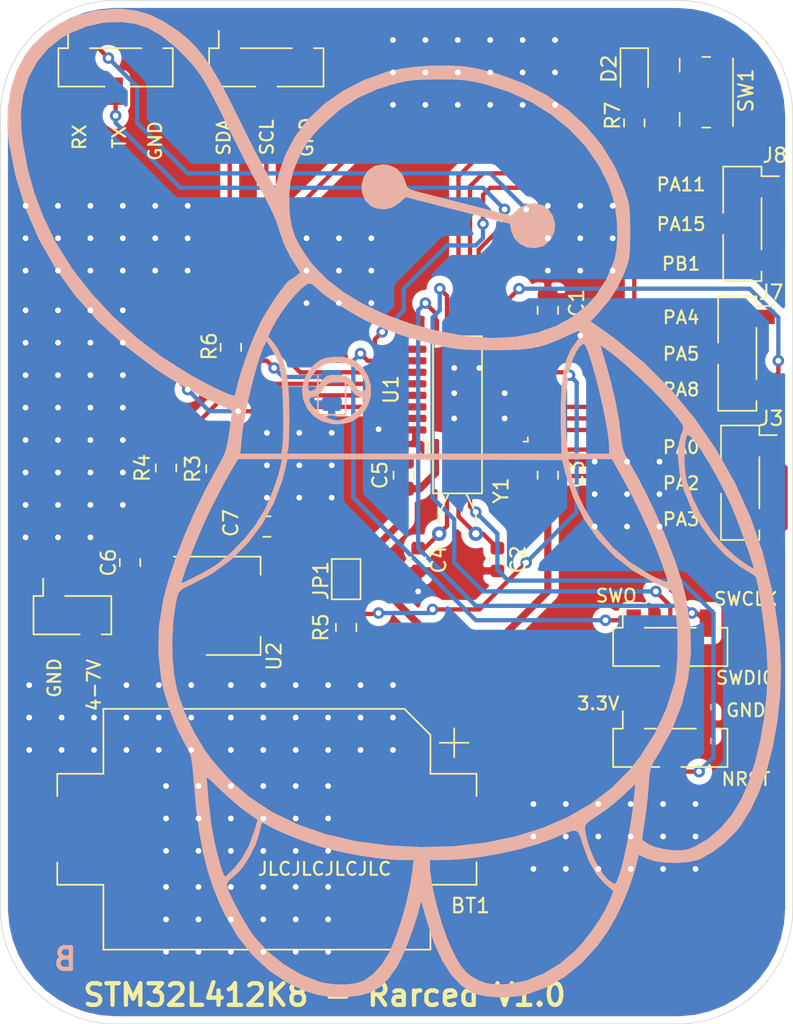
<source format=kicad_pcb>
(kicad_pcb (version 20171130) (host pcbnew "(5.1.6)-1")
  (layers (0 F.Cu signal) (31 B.Cu signal) (34 B.Paste user) (35 F.Paste user) (36 B.SilkS user) (37 F.SilkS user) (38 B.Mask user) (39 F.Mask user) (44 Edge.Cuts user))
  (net 0 "")
  (net 1 +3V3)
  (net 2 GND)
  (net 3 15_OSC_OUT)
  (net 4 14_OSC_IN)
  (net 5 INPUT)
  (net 6 "Net-(D1-Pad2)")
  (net 7 "Net-(D2-Pad2)")
  (net 8 RX)
  (net 9 TX)
  (net 10 NRST)
  (net 11 SDA)
  (net 12 SCL)
  (net 13 SWCLK)
  (net 14 SWO)
  (net 15 SWDIO)
  (net 16 BOOT0)
  (net 17 LED_RED)
  (net 18 LED_GREEN)
  (net 19 BUTTON)
  (net 20 PA3)
  (net 21 PA0)
  (net 22 PA2)
  (net 23 PA8)
  (net 24 PA4)
  (net 25 PA5)
  (net 26 PB1)
  (net 27 PA11)
  (net 28 PA15)
  (module Connector_PinSocket_2.54mm:PinSocket_1x03_P2.54mm_Vertical_SMD_Pin1Right (layer F.Cu) (at 167.5 72.5)
    (fp_text reference J8 (at 2.25 -4.75) (layer F.SilkS))
    (fp_text value Conn_01x03_Male)
    (pad 3 smd rect (at 1.65 2.54) (size 1.9 1) (layers F.Cu F.Paste F.Mask) (net 26 PB1))
    (pad 1 smd rect (at 1.65 -2.54) (size 1.9 1) (layers F.Cu F.Paste F.Mask) (net 27 PA11))
    (pad 2 smd rect (at -1.65 0) (size 1.9 1) (layers F.Cu F.Paste F.Mask) (net 28 PA15))
  )
  (module Connector_PinSocket_2.54mm:PinSocket_1x03_P2.54mm_Vertical_SMD_Pin1Right (layer F.Cu) (at 167.15 81.5)
    (fp_text reference J7 (at 2.35 -4.25) (layer F.SilkS))
    (fp_text value Conn_01x03_Male)
    (pad 3 smd rect (at 1.65 2.54) (size 1.9 1) (layers F.Cu F.Paste F.Mask) (net 23 PA8))
    (pad 1 smd rect (at 1.65 -2.54) (size 1.9 1) (layers F.Cu F.Paste F.Mask) (net 24 PA4))
    (pad 2 smd rect (at -1.65 0) (size 1.9 1) (layers F.Cu F.Paste F.Mask) (net 25 PA5))
  )
  (module Connector_PinSocket_2.54mm:PinSocket_1x03_P2.54mm_Vertical_SMD_Pin1Right (layer F.Cu) (at 167.35 90.46)
    (fp_text reference J3 (at 2.15 -4.46) (layer F.SilkS))
    (fp_text value Conn_01x03_Male)
    (pad 3 smd rect (at 1.65 2.54) (size 1.9 1) (layers F.Cu F.Paste F.Mask) (net 20 PA3))
    (pad 1 smd rect (at 1.65 -2.54) (size 1.9 1) (layers F.Cu F.Paste F.Mask) (net 21 PA0))
    (pad 2 smd rect (at -1.65 0) (size 1.9 1) (layers F.Cu F.Paste F.Mask) (net 22 PA2))
  )
  (module Crystal:Crystal_AT310_D3.0mm_L10.0mm_Horizontal (layer F.Cu) (at 149 94 180)
    (fp_text reference Y1 (at -1.75 3 90) (layer F.SilkS))
    (fp_text value Crystal)
    (pad 2 thru_hole circle (at 2.54 0 180) (size 1 1) (drill 0.5) (layers *.Cu *.Mask) (net 4 14_OSC_IN))
    (pad 1 thru_hole circle (at 0 0 180) (size 1 1) (drill 0.5) (layers *.Cu *.Mask) (net 3 15_OSC_OUT))
  )
  (module Package_TO_SOT_SMD:SOT-223-3_TabPin2 (layer F.Cu) (at 132.15 99)
    (fp_text reference U2 (at 2.85 3.5 90) (layer F.SilkS))
    (fp_text value AMS1117-3.3)
    (pad 1 smd rect (at -3.15 -2.3) (size 2 1.5) (layers F.Cu F.Paste F.Mask) (net 2 GND))
    (pad 3 smd rect (at -3.15 2.3) (size 2 1.5) (layers F.Cu F.Paste F.Mask) (net 5 INPUT))
    (pad 2 smd rect (at -3.15 0) (size 2 1.5) (layers F.Cu F.Paste F.Mask) (net 1 +3V3))
    (pad 2 smd rect (at 3.15 0) (size 2 3.8) (layers F.Cu F.Paste F.Mask) (net 1 +3V3))
  )
  (module Package_QFP:LQFP-32_7x7mm_P0.8mm (layer F.Cu) (at 149 84 90)
    (fp_text reference U1 (at 0 -5.88 90) (layer F.SilkS))
    (fp_text value STM32L011K3Tx)
    (pad 32 smd roundrect (at -2.8 -4.175 90) (size 0.5 1.5) (layers F.Cu F.Paste F.Mask) (net 2 GND))
    (pad 31 smd roundrect (at -2 -4.175 90) (size 0.5 1.5) (layers F.Cu F.Paste F.Mask))
    (pad 30 smd roundrect (at -1.2 -4.175 90) (size 0.5 1.5) (layers F.Cu F.Paste F.Mask) (net 11 SDA))
    (pad 29 smd roundrect (at -0.4 -4.175 90) (size 0.5 1.5) (layers F.Cu F.Paste F.Mask) (net 12 SCL))
    (pad 28 smd roundrect (at 0.4 -4.175 90) (size 0.5 1.5) (layers F.Cu F.Paste F.Mask) (net 18 LED_GREEN))
    (pad 27 smd roundrect (at 1.2 -4.175 90) (size 0.5 1.5) (layers F.Cu F.Paste F.Mask) (net 17 LED_RED))
    (pad 26 smd roundrect (at 2 -4.175 90) (size 0.5 1.5) (layers F.Cu F.Paste F.Mask) (net 14 SWO))
    (pad 25 smd roundrect (at 2.8 -4.175 90) (size 0.5 1.5) (layers F.Cu F.Paste F.Mask) (net 28 PA15))
    (pad 24 smd roundrect (at 4.175 -2.8 90) (size 1.5 0.5) (layers F.Cu F.Paste F.Mask) (net 13 SWCLK))
    (pad 23 smd roundrect (at 4.175 -2 90) (size 1.5 0.5) (layers F.Cu F.Paste F.Mask) (net 15 SWDIO))
    (pad 22 smd roundrect (at 4.175 -1.2 90) (size 1.5 0.5) (layers F.Cu F.Paste F.Mask) (net 19 BUTTON))
    (pad 21 smd roundrect (at 4.175 -0.4 90) (size 1.5 0.5) (layers F.Cu F.Paste F.Mask) (net 27 PA11))
    (pad 20 smd roundrect (at 4.175 0.4 90) (size 1.5 0.5) (layers F.Cu F.Paste F.Mask) (net 9 TX))
    (pad 19 smd roundrect (at 4.175 1.2 90) (size 1.5 0.5) (layers F.Cu F.Paste F.Mask) (net 8 RX))
    (pad 18 smd roundrect (at 4.175 2 90) (size 1.5 0.5) (layers F.Cu F.Paste F.Mask) (net 23 PA8))
    (pad 17 smd roundrect (at 4.175 2.8 90) (size 1.5 0.5) (layers F.Cu F.Paste F.Mask) (net 1 +3V3))
    (pad 16 smd roundrect (at 2.8 4.175 90) (size 0.5 1.5) (layers F.Cu F.Paste F.Mask) (net 2 GND))
    (pad 15 smd roundrect (at 2 4.175 90) (size 0.5 1.5) (layers F.Cu F.Paste F.Mask) (net 26 PB1))
    (pad 14 smd roundrect (at 1.2 4.175 90) (size 0.5 1.5) (layers F.Cu F.Paste F.Mask) (net 16 BOOT0))
    (pad 13 smd roundrect (at 0.4 4.175 90) (size 0.5 1.5) (layers F.Cu F.Paste F.Mask))
    (pad 12 smd roundrect (at -0.4 4.175 90) (size 0.5 1.5) (layers F.Cu F.Paste F.Mask))
    (pad 11 smd roundrect (at -1.2 4.175 90) (size 0.5 1.5) (layers F.Cu F.Paste F.Mask) (net 25 PA5))
    (pad 10 smd roundrect (at -2 4.175 90) (size 0.5 1.5) (layers F.Cu F.Paste F.Mask) (net 24 PA4))
    (pad 9 smd roundrect (at -2.8 4.175 90) (size 0.5 1.5) (layers F.Cu F.Paste F.Mask) (net 20 PA3))
    (pad 8 smd roundrect (at -4.175 2.8 90) (size 1.5 0.5) (layers F.Cu F.Paste F.Mask) (net 22 PA2))
    (pad 7 smd roundrect (at -4.175 2 90) (size 1.5 0.5) (layers F.Cu F.Paste F.Mask))
    (pad 6 smd roundrect (at -4.175 1.2 90) (size 1.5 0.5) (layers F.Cu F.Paste F.Mask) (net 21 PA0))
    (pad 5 smd roundrect (at -4.175 0.4 90) (size 1.5 0.5) (layers F.Cu F.Paste F.Mask) (net 1 +3V3))
    (pad 4 smd roundrect (at -4.175 -0.4 90) (size 1.5 0.5) (layers F.Cu F.Paste F.Mask) (net 10 NRST))
    (pad 3 smd roundrect (at -4.175 -1.2 90) (size 1.5 0.5) (layers F.Cu F.Paste F.Mask) (net 3 15_OSC_OUT))
    (pad 2 smd roundrect (at -4.175 -2 90) (size 1.5 0.5) (layers F.Cu F.Paste F.Mask) (net 4 14_OSC_IN))
    (pad 1 smd roundrect (at -4.175 -2.8 90) (size 1.5 0.5) (layers F.Cu F.Paste F.Mask) (net 1 +3V3))
  )
  (module Button_Switch_SMD:Panasonic_EVQPUJ_EVQPUA (layer F.Cu) (at 165 63.375 90)
    (fp_text reference SW1 (at 0.125 2.75 90) (layer F.SilkS))
    (fp_text value SW_Push)
    (pad 1 smd rect (at 2.625 -0.85 270) (size 1.55 1) (layers F.Cu F.Paste F.Mask) (net 19 BUTTON))
    (pad 1 smd rect (at -2.625 -0.85 270) (size 1.55 1) (layers F.Cu F.Paste F.Mask) (net 19 BUTTON))
    (pad 2 smd rect (at -2.625 0.85 270) (size 1.55 1) (layers F.Cu F.Paste F.Mask) (net 2 GND))
    (pad 2 smd rect (at 2.625 0.85 270) (size 1.55 1) (layers F.Cu F.Paste F.Mask) (net 2 GND))
  )
  (module Resistor_SMD:R_0805_2012Metric (layer F.Cu) (at 160 65.5 90)
    (fp_text reference R7 (at 0.5 -1.5 90) (layer F.SilkS))
    (fp_text value 1k)
    (pad 2 smd roundrect (at 0.9375 0 90) (size 0.975 1.4) (layers F.Cu F.Paste F.Mask) (net 7 "Net-(D2-Pad2)"))
    (pad 1 smd roundrect (at -0.9375 0 90) (size 0.975 1.4) (layers F.Cu F.Paste F.Mask) (net 18 LED_GREEN))
  )
  (module Resistor_SMD:R_0805_2012Metric (layer F.Cu) (at 132 81.0625 270)
    (fp_text reference R6 (at -0.0625 1.5 90) (layer F.SilkS))
    (fp_text value 1k)
    (pad 2 smd roundrect (at 0.9375 0 270) (size 0.975 1.4) (layers F.Cu F.Paste F.Mask) (net 6 "Net-(D1-Pad2)"))
    (pad 1 smd roundrect (at -0.9375 0 270) (size 0.975 1.4) (layers F.Cu F.Paste F.Mask) (net 17 LED_RED))
  )
  (module Resistor_SMD:R_0805_2012Metric (layer F.Cu) (at 140 100.5 270)
    (fp_text reference R5 (at 0 1.75 90) (layer F.SilkS))
    (fp_text value R)
    (pad 2 smd roundrect (at 0.9375 0 270) (size 0.975 1.4) (layers F.Cu F.Paste F.Mask) (net 2 GND))
    (pad 1 smd roundrect (at -0.9375 0 270) (size 0.975 1.4) (layers F.Cu F.Paste F.Mask) (net 16 BOOT0))
  )
  (module Resistor_SMD:R_0805_2012Metric (layer F.Cu) (at 127.5 89.4375 90)
    (fp_text reference R4 (at 0 -1.65 90) (layer F.SilkS))
    (fp_text value 2.2k)
    (pad 2 smd roundrect (at 0.9375 0 90) (size 0.975 1.4) (layers F.Cu F.Paste F.Mask) (net 12 SCL))
    (pad 1 smd roundrect (at -0.9375 0 90) (size 0.975 1.4) (layers F.Cu F.Paste F.Mask) (net 1 +3V3))
  )
  (module Resistor_SMD:R_0805_2012Metric (layer F.Cu) (at 131 89.5 90)
    (fp_text reference R3 (at 0 -1.65 90) (layer F.SilkS))
    (fp_text value 2.2k)
    (pad 2 smd roundrect (at 0.9375 0 90) (size 0.975 1.4) (layers F.Cu F.Paste F.Mask) (net 11 SDA))
    (pad 1 smd roundrect (at -0.9375 0 90) (size 0.975 1.4) (layers F.Cu F.Paste F.Mask) (net 1 +3V3))
  )
  (module Jumper:SolderJumper-2_P1.3mm_Open_Pad1.0x1.5mm (layer F.Cu) (at 140 97.15 270)
    (fp_text reference JP1 (at 0.1 1.75 90) (layer F.SilkS))
    (fp_text value SolderJumper_2_Open)
    (pad 1 smd rect (at -0.65 0 270) (size 1 1.5) (layers F.Cu F.Mask) (net 1 +3V3))
    (pad 2 smd rect (at 0.65 0 270) (size 1 1.5) (layers F.Cu F.Mask) (net 16 BOOT0))
  )
  (module Connector_PinSocket_2.54mm:PinSocket_1x03_P2.54mm_Vertical_SMD_Pin1Right (layer F.Cu) (at 162.5 101.85 90)
    (fp_text reference J6 hide)
    (fp_text value Conn_01x03_Male)
    (pad 3 smd rect (at 1.65 2.54 90) (size 1.9 1) (layers F.Cu F.Paste F.Mask) (net 13 SWCLK))
    (pad 1 smd rect (at 1.65 -2.54 90) (size 1.9 1) (layers F.Cu F.Paste F.Mask) (net 14 SWO))
    (pad 2 smd rect (at -1.65 0 90) (size 1.9 1) (layers F.Cu F.Paste F.Mask) (net 15 SWDIO))
  )
  (module Connector_PinSocket_2.54mm:PinSocket_1x03_P2.54mm_Vertical_SMD_Pin1Right (layer F.Cu) (at 134.46 61.65 90)
    (fp_text reference J5 hide)
    (fp_text value Conn_01x03_Male)
    (pad 3 smd rect (at 1.65 2.54 90) (size 1.9 1) (layers F.Cu F.Paste F.Mask) (net 2 GND))
    (pad 1 smd rect (at 1.65 -2.54 90) (size 1.9 1) (layers F.Cu F.Paste F.Mask) (net 11 SDA))
    (pad 2 smd rect (at -1.65 0 90) (size 1.9 1) (layers F.Cu F.Paste F.Mask) (net 12 SCL))
  )
  (module Connector_PinSocket_2.54mm:PinSocket_1x03_P2.54mm_Vertical_SMD_Pin1Right (layer F.Cu) (at 162.5 108.85 90)
    (fp_text reference J4 hide)
    (fp_text value Conn_01x03_Male)
    (pad 3 smd rect (at 1.65 2.54 90) (size 1.9 1) (layers F.Cu F.Paste F.Mask) (net 2 GND))
    (pad 1 smd rect (at 1.65 -2.54 90) (size 1.9 1) (layers F.Cu F.Paste F.Mask) (net 1 +3V3))
    (pad 2 smd rect (at -1.65 0 90) (size 1.9 1) (layers F.Cu F.Paste F.Mask) (net 10 NRST))
  )
  (module Connector_PinSocket_2.54mm:PinSocket_1x03_P2.54mm_Vertical_SMD_Pin1Right (layer F.Cu) (at 124 61.65 90)
    (fp_text reference J2 hide)
    (fp_text value Conn_01x03_Male)
    (pad 3 smd rect (at 1.65 2.54 90) (size 1.9 1) (layers F.Cu F.Paste F.Mask) (net 2 GND))
    (pad 1 smd rect (at 1.65 -2.54 90) (size 1.9 1) (layers F.Cu F.Paste F.Mask) (net 8 RX))
    (pad 2 smd rect (at -1.65 0 90) (size 1.9 1) (layers F.Cu F.Paste F.Mask) (net 9 TX))
  )
  (module Connector_PinSocket_2.54mm:PinSocket_1x02_P2.54mm_Vertical_SMD_Pin1Right (layer F.Cu) (at 121 99.65 90)
    (fp_text reference J1 hide)
    (fp_text value Conn_01x02)
    (pad 1 smd rect (at 1.65 -1.27 90) (size 1.9 1) (layers F.Cu F.Paste F.Mask) (net 2 GND))
    (pad 2 smd rect (at -1.65 1.27 90) (size 1.9 1) (layers F.Cu F.Paste F.Mask) (net 5 INPUT))
  )
  (module LED_SMD:LED_0805_2012Metric (layer F.Cu) (at 160 62 270)
    (fp_text reference D2 (at -0.25 1.75 90) (layer F.SilkS))
    (fp_text value LED)
    (pad 2 smd roundrect (at 0.9375 0 270) (size 0.975 1.4) (layers F.Cu F.Paste F.Mask) (net 7 "Net-(D2-Pad2)"))
    (pad 1 smd roundrect (at -0.9375 0 270) (size 0.975 1.4) (layers F.Cu F.Paste F.Mask) (net 2 GND))
  )
  (module LED_SMD:LED_0805_2012Metric (layer B.Cu) (at 139 84.0625 90)
    (fp_text reference D1 hide)
    (fp_text value LED)
    (pad 2 smd roundrect (at 0.9375 0 90) (size 0.975 1.4) (layers B.Cu B.Paste B.Mask) (net 6 "Net-(D1-Pad2)"))
    (pad 1 smd roundrect (at -0.9375 0 90) (size 0.975 1.4) (layers B.Cu B.Paste B.Mask) (net 2 GND))
  )
  (module Capacitor_SMD:C_0805_2012Metric (layer F.Cu) (at 134.5 93.5)
    (fp_text reference C7 (at -2.5 -0.25 90) (layer F.SilkS))
    (fp_text value 10u)
    (pad 2 smd roundrect (at 0.9375 0) (size 0.975 1.4) (layers F.Cu F.Paste F.Mask) (net 2 GND))
    (pad 1 smd roundrect (at -0.9375 0) (size 0.975 1.4) (layers F.Cu F.Paste F.Mask) (net 1 +3V3))
  )
  (module Capacitor_SMD:C_0805_2012Metric (layer F.Cu) (at 125 96 90)
    (fp_text reference C6 (at 0 -1.5 270) (layer F.SilkS))
    (fp_text value 10u)
    (pad 2 smd roundrect (at 0.9375 0 90) (size 0.975 1.4) (layers F.Cu F.Paste F.Mask) (net 2 GND))
    (pad 1 smd roundrect (at -0.9375 0 90) (size 0.975 1.4) (layers F.Cu F.Paste F.Mask) (net 5 INPUT))
  )
  (module Capacitor_SMD:C_0805_2012Metric (layer F.Cu) (at 144 89.9375 90)
    (fp_text reference C5 (at 0 -1.65 90) (layer F.SilkS))
    (fp_text value 0.1u)
    (pad 2 smd roundrect (at 0.9375 0 90) (size 0.975 1.4) (layers F.Cu F.Paste F.Mask) (net 2 GND))
    (pad 1 smd roundrect (at -0.9375 0 90) (size 0.975 1.4) (layers F.Cu F.Paste F.Mask) (net 1 +3V3))
  )
  (module Capacitor_SMD:C_0603_1608Metric (layer F.Cu) (at 145 95.7875 270)
    (fp_text reference C4 (at 0 -1.43 90) (layer F.SilkS))
    (fp_text value 2.7p)
    (pad 2 smd roundrect (at 0.7875 0 270) (size 0.875 0.95) (layers F.Cu F.Paste F.Mask) (net 2 GND))
    (pad 1 smd roundrect (at -0.7875 0 270) (size 0.875 0.95) (layers F.Cu F.Paste F.Mask) (net 4 14_OSC_IN))
  )
  (module Capacitor_SMD:C_0805_2012Metric (layer F.Cu) (at 154 89.9375 90)
    (fp_text reference C3 (at 0.0625 2 270) (layer F.SilkS))
    (fp_text value 0.1u)
    (pad 2 smd roundrect (at 0.9375 0 90) (size 0.975 1.4) (layers F.Cu F.Paste F.Mask) (net 2 GND))
    (pad 1 smd roundrect (at -0.9375 0 90) (size 0.975 1.4) (layers F.Cu F.Paste F.Mask) (net 1 +3V3))
  )
  (module Capacitor_SMD:C_0603_1608Metric (layer F.Cu) (at 150.5 95.7875 270)
    (fp_text reference C2 (at 0 -1.43 90) (layer F.SilkS))
    (fp_text value 2.7p)
    (pad 2 smd roundrect (at 0.7875 0 270) (size 0.875 0.95) (layers F.Cu F.Paste F.Mask) (net 2 GND))
    (pad 1 smd roundrect (at -0.7875 0 270) (size 0.875 0.95) (layers F.Cu F.Paste F.Mask) (net 3 15_OSC_OUT))
  )
  (module Capacitor_SMD:C_0805_2012Metric (layer F.Cu) (at 154 78.5 90)
    (fp_text reference C1 (at 0.5 2 90) (layer F.SilkS))
    (fp_text value 0.1u)
    (pad 2 smd roundrect (at 0.9375 0 90) (size 0.975 1.4) (layers F.Cu F.Paste F.Mask) (net 2 GND))
    (pad 1 smd roundrect (at -0.9375 0 90) (size 0.975 1.4) (layers F.Cu F.Paste F.Mask) (net 1 +3V3))
  )
  (module Battery:BatteryHolder_Keystone_1060_1x2032 (layer F.Cu) (at 134.5 114.5 180)
    (fp_text reference BT1 (at -14.125 -5.3) (layer F.SilkS))
    (fp_text value Battery_Cell)
    (pad 1 smd rect (at -14.65 0) (size 2.6 3.6) (layers F.Cu F.Paste F.Mask) (net 1 +3V3))
    (pad 2 smd rect (at 14.65 0) (size 2.6 3.6) (layers F.Cu F.Paste F.Mask) (net 2 GND))
  )
  (module Antenna868MHz:baymax_67_72mm (layer B.Cu) (at 142 92 180)
    (fp_text reference G*** hide)
    (fp_text value LOGO hide)
  )
  (gr_text JLCJLCJLCJLC (at 138.5 117.25) (layer F.SilkS) (effects (font (size 0.9 0.9))))
  (gr_text "B\n" (at 120.5 123.5) (layer B.SilkS) (effects (font (size 1.5 1.5) (thickness 0.3)) (justify mirror)))
  (gr_text "GND\n" (at 137.25 66.5 90) (layer F.SilkS) (effects (font (size 0.9 0.9))))
  (gr_text "SCL\n" (at 134.5 66.5 90) (layer F.SilkS) (effects (font (size 0.9 0.9))))
  (gr_text "SDA\n" (at 131.5 66.5 90) (layer F.SilkS) (effects (font (size 0.9 0.9))))
  (gr_text "GND\n" (at 126.75 66.75 90) (layer F.SilkS) (effects (font (size 0.9 0.9))))
  (gr_text "TX\n" (at 124.25 66.5 90) (layer F.SilkS) (effects (font (size 0.9 0.9))))
  (gr_text "RX\n" (at 121.5 66.5 90) (layer F.SilkS) (effects (font (size 0.9 0.9))))
  (gr_text "GND\n" (at 119.75 104 90) (layer F.SilkS) (effects (font (size 0.9 0.9))))
  (gr_text "4-7V\n" (at 122.5 104.5 90) (layer F.SilkS) (effects (font (size 0.9 0.9))))
  (gr_text "PA15\n\n" (at 163.25 73.25) (layer F.SilkS) (effects (font (size 0.9 0.9))))
  (gr_text "PA11\n\n" (at 163.25 70.5) (layer F.SilkS) (effects (font (size 0.9 0.9))))
  (gr_text "PB1\n\n" (at 163.25 76) (layer F.SilkS) (effects (font (size 0.9 0.9))))
  (gr_text "PA8\n" (at 163.25 84) (layer F.SilkS) (effects (font (size 0.9 0.9))))
  (gr_text "PA5\n\n" (at 163.25 82.25) (layer F.SilkS) (effects (font (size 0.9 0.9))))
  (gr_text "PA4\n" (at 163.25 79) (layer F.SilkS) (effects (font (size 0.9 0.9))))
  (gr_text "PA0\n" (at 163.25 88) (layer F.SilkS) (effects (font (size 0.9 0.9))))
  (gr_text "PA2\n" (at 163.25 90.5) (layer F.SilkS) (effects (font (size 0.9 0.9))))
  (gr_text "PA3\n" (at 163.25 93) (layer F.SilkS) (effects (font (size 0.9 0.9))))
  (gr_text "SWO\n\n\n" (at 158.75 99.75) (layer F.SilkS) (effects (font (size 0.9 0.9))))
  (gr_text "SWCLK\n\n" (at 167.75 99.25) (layer F.SilkS) (effects (font (size 0.9 0.9))))
  (gr_text "SWDIO\n" (at 167.75 104) (layer F.SilkS) (effects (font (size 0.9 0.9))))
  (gr_text "NRST\n\n" (at 167.75 111.75) (layer F.SilkS) (effects (font (size 0.9 0.9))))
  (gr_text "GND\n" (at 167.75 106.25) (layer F.SilkS) (effects (font (size 0.9 0.9))))
  (gr_text "3.3V\n\n" (at 157.5 106.5) (layer F.SilkS) (effects (font (size 0.9 0.9))))
  (gr_text "STM32L412K8 - Rarced V1.0\n" (at 138.5 126) (layer F.SilkS) (effects (font (size 1.5 1.5) (thickness 0.3))))
  (gr_arc (start 124 120) (end 116 120) (angle -90) (layer Edge.Cuts) (width 0.05))
  (gr_arc (start 163 120) (end 163 128) (angle -90) (layer Edge.Cuts) (width 0.05))
  (gr_arc (start 163 65) (end 171 65) (angle -90) (layer Edge.Cuts) (width 0.05))
  (gr_arc (start 124 65) (end 124 57) (angle -90) (layer Edge.Cuts) (width 0.05))
  (gr_line (start 116 65) (end 116 120) (layer Edge.Cuts) (width 0.05))
  (gr_line (start 163 57) (end 124 57) (layer Edge.Cuts) (width 0.05))
  (gr_line (start 171 120) (end 171 65) (layer Edge.Cuts) (width 0.05))
  (gr_line (start 124 128) (end 163 128) (layer Edge.Cuts) (width 0.05))
  (segment (start 129 99) (end 135.3 99) (width 0.5) (layer F.Cu) (net 1))
  (segment (start 135.3 99) (end 136 99) (width 0.5) (layer F.Cu) (net 1))
  (segment (start 138.5 96.5) (end 140 96.5) (width 0.5) (layer F.Cu) (net 1))
  (segment (start 136 99) (end 138.5 96.5) (width 0.5) (layer F.Cu) (net 1))
  (segment (start 130.9375 90.375) (end 131 90.4375) (width 0.5) (layer F.Cu) (net 1))
  (segment (start 127.5 90.375) (end 130.9375 90.375) (width 0.5) (layer F.Cu) (net 1))
  (segment (start 131 90.9375) (end 133.5625 93.5) (width 0.5) (layer F.Cu) (net 1))
  (segment (start 131 90.4375) (end 131 90.9375) (width 0.5) (layer F.Cu) (net 1))
  (segment (start 133.5625 93.5) (end 133.5625 94.5625) (width 0.5) (layer F.Cu) (net 1))
  (segment (start 135.3 96.3) (end 135.3 99) (width 0.5) (layer F.Cu) (net 1))
  (segment (start 133.5625 94.5625) (end 135.3 96.3) (width 0.5) (layer F.Cu) (net 1))
  (segment (start 140 96.5) (end 140.5 96.5) (width 0.5) (layer F.Cu) (net 1))
  (segment (start 144 93) (end 144 90.875) (width 0.5) (layer F.Cu) (net 1))
  (segment (start 140.5 96.5) (end 144 93) (width 0.5) (layer F.Cu) (net 1))
  (segment (start 141.25 96.5) (end 140 96.5) (width 0.5) (layer F.Cu) (net 1))
  (segment (start 149.15 104.4) (end 141.25 96.5) (width 0.5) (layer F.Cu) (net 1))
  (segment (start 151.1 107.2) (end 149.15 109.15) (width 0.5) (layer F.Cu) (net 1))
  (segment (start 159.96 107.2) (end 151.1 107.2) (width 0.5) (layer F.Cu) (net 1))
  (segment (start 149.15 114.5) (end 149.15 109.15) (width 0.5) (layer F.Cu) (net 1))
  (segment (start 149.15 104.85) (end 149.15 102.85) (width 0.5) (layer F.Cu) (net 1))
  (segment (start 149.15 104.85) (end 149.15 104.4) (width 0.5) (layer F.Cu) (net 1))
  (segment (start 149.15 109.15) (end 149.15 104.85) (width 0.5) (layer F.Cu) (net 1))
  (segment (start 154 98) (end 154 90.875) (width 0.5) (layer F.Cu) (net 1))
  (segment (start 149.15 102.85) (end 154 98) (width 0.5) (layer F.Cu) (net 1))
  (segment (start 152.1875 79.4375) (end 151.8 79.825) (width 0.5) (layer F.Cu) (net 1))
  (segment (start 154 79.4375) (end 152.1875 79.4375) (width 0.5) (layer F.Cu) (net 1))
  (segment (start 146.2 88.175) (end 146.2 89.8) (width 0.5) (layer F.Cu) (net 1))
  (segment (start 145.125 90.875) (end 144 90.875) (width 0.5) (layer F.Cu) (net 1))
  (segment (start 146.2 89.8) (end 145.125 90.875) (width 0.5) (layer F.Cu) (net 1))
  (segment (start 149.875 90.875) (end 154 90.875) (width 0.5) (layer F.Cu) (net 1))
  (segment (start 149.4 90.4) (end 149.875 90.875) (width 0.5) (layer F.Cu) (net 1))
  (segment (start 151.8 79.825) (end 151.8 81.2) (width 0.3) (layer F.Cu) (net 1))
  (segment (start 151.8 81.2) (end 150.5 82.5) (width 0.3) (layer F.Cu) (net 1))
  (segment (start 150.5 82.5) (end 150.5 83) (width 0.3) (layer F.Cu) (net 1))
  (segment (start 149.4 84.1) (end 149.4 88.175) (width 0.3) (layer F.Cu) (net 1))
  (segment (start 150.5 83) (end 149.4 84.1) (width 0.3) (layer F.Cu) (net 1))
  (segment (start 149.4 90.4) (end 149.4 88.175) (width 0.3) (layer F.Cu) (net 1))
  (via (at 147.5 82.5) (size 0.8) (drill 0.4) (layers F.Cu B.Cu) (net 2))
  (via (at 149.25 82.5) (size 0.8) (drill 0.4) (layers F.Cu B.Cu) (net 2))
  (via (at 147.5 84.25) (size 0.8) (drill 0.4) (layers F.Cu B.Cu) (net 2))
  (via (at 151 86) (size 0.8) (drill 0.4) (layers F.Cu B.Cu) (net 2))
  (via (at 147.5 86) (size 0.8) (drill 0.4) (layers F.Cu B.Cu) (net 2))
  (via (at 120 78.5) (size 0.8) (drill 0.4) (layers F.Cu B.Cu) (net 2))
  (via (at 122.25 78.5) (size 0.8) (drill 0.4) (layers F.Cu B.Cu) (net 2))
  (via (at 120 80.75) (size 0.8) (drill 0.4) (layers F.Cu B.Cu) (net 2))
  (via (at 122.25 83) (size 0.8) (drill 0.4) (layers F.Cu B.Cu) (net 2))
  (via (at 122.25 80.75) (size 0.8) (drill 0.4) (layers F.Cu B.Cu) (net 2))
  (via (at 124.5 80.75) (size 0.8) (drill 0.4) (layers F.Cu B.Cu) (net 2))
  (via (at 120 83) (size 0.8) (drill 0.4) (layers F.Cu B.Cu) (net 2))
  (via (at 124.5 78.5) (size 0.8) (drill 0.4) (layers F.Cu B.Cu) (net 2))
  (via (at 124.5 83) (size 0.8) (drill 0.4) (layers F.Cu B.Cu) (net 2))
  (via (at 124.5 87.5) (size 0.8) (drill 0.4) (layers F.Cu B.Cu) (net 2))
  (via (at 120 87.5) (size 0.8) (drill 0.4) (layers F.Cu B.Cu) (net 2))
  (via (at 120 85.25) (size 0.8) (drill 0.4) (layers F.Cu B.Cu) (net 2))
  (via (at 124.5 89.75) (size 0.8) (drill 0.4) (layers F.Cu B.Cu) (net 2))
  (via (at 122.25 89.75) (size 0.8) (drill 0.4) (layers F.Cu B.Cu) (net 2))
  (via (at 124.5 85.25) (size 0.8) (drill 0.4) (layers F.Cu B.Cu) (net 2))
  (via (at 120 89.75) (size 0.8) (drill 0.4) (layers F.Cu B.Cu) (net 2))
  (via (at 122.25 85.25) (size 0.8) (drill 0.4) (layers F.Cu B.Cu) (net 2))
  (via (at 122.25 87.5) (size 0.8) (drill 0.4) (layers F.Cu B.Cu) (net 2))
  (via (at 141.75 75.75) (size 0.8) (drill 0.4) (layers F.Cu B.Cu) (net 2))
  (via (at 137.25 73.5) (size 0.8) (drill 0.4) (layers F.Cu B.Cu) (net 2))
  (via (at 139.5 73.5) (size 0.8) (drill 0.4) (layers F.Cu B.Cu) (net 2))
  (via (at 137.25 78) (size 0.8) (drill 0.4) (layers F.Cu B.Cu) (net 2))
  (via (at 139.5 75.75) (size 0.8) (drill 0.4) (layers F.Cu B.Cu) (net 2))
  (via (at 137.25 75.75) (size 0.8) (drill 0.4) (layers F.Cu B.Cu) (net 2))
  (via (at 141.75 78) (size 0.8) (drill 0.4) (layers F.Cu B.Cu) (net 2))
  (via (at 139.5 78) (size 0.8) (drill 0.4) (layers F.Cu B.Cu) (net 2))
  (via (at 141.75 73.5) (size 0.8) (drill 0.4) (layers F.Cu B.Cu) (net 2))
  (via (at 134.5 89.25) (size 0.8) (drill 0.4) (layers F.Cu B.Cu) (net 2))
  (via (at 139 91.5) (size 0.8) (drill 0.4) (layers F.Cu B.Cu) (net 2))
  (via (at 139 87) (size 0.8) (drill 0.4) (layers F.Cu B.Cu) (net 2))
  (via (at 139 89.25) (size 0.8) (drill 0.4) (layers F.Cu B.Cu) (net 2))
  (via (at 134.5 87) (size 0.8) (drill 0.4) (layers F.Cu B.Cu) (net 2))
  (via (at 134.5 91.5) (size 0.8) (drill 0.4) (layers F.Cu B.Cu) (net 2))
  (via (at 136.75 87) (size 0.8) (drill 0.4) (layers F.Cu B.Cu) (net 2))
  (via (at 136.75 91.5) (size 0.8) (drill 0.4) (layers F.Cu B.Cu) (net 2))
  (via (at 136.75 89.25) (size 0.8) (drill 0.4) (layers F.Cu B.Cu) (net 2))
  (via (at 159.5 93.5) (size 0.8) (drill 0.4) (layers F.Cu B.Cu) (net 2))
  (via (at 157.25 89) (size 0.8) (drill 0.4) (layers F.Cu B.Cu) (net 2))
  (via (at 159.5 89) (size 0.8) (drill 0.4) (layers F.Cu B.Cu) (net 2))
  (via (at 157.25 91.25) (size 0.8) (drill 0.4) (layers F.Cu B.Cu) (net 2))
  (via (at 161.75 93.5) (size 0.8) (drill 0.4) (layers F.Cu B.Cu) (net 2))
  (via (at 161.75 89) (size 0.8) (drill 0.4) (layers F.Cu B.Cu) (net 2))
  (via (at 157.25 93.5) (size 0.8) (drill 0.4) (layers F.Cu B.Cu) (net 2))
  (via (at 161.75 91.25) (size 0.8) (drill 0.4) (layers F.Cu B.Cu) (net 2))
  (via (at 159.5 91.25) (size 0.8) (drill 0.4) (layers F.Cu B.Cu) (net 2))
  (via (at 156.25 73.5) (size 0.8) (drill 0.4) (layers F.Cu B.Cu) (net 2))
  (via (at 154 71.25) (size 0.8) (drill 0.4) (layers F.Cu B.Cu) (net 2))
  (via (at 154 73.5) (size 0.8) (drill 0.4) (layers F.Cu B.Cu) (net 2))
  (via (at 158.5 75.75) (size 0.8) (drill 0.4) (layers F.Cu B.Cu) (net 2))
  (via (at 154 75.75) (size 0.8) (drill 0.4) (layers F.Cu B.Cu) (net 2))
  (via (at 158.5 73.5) (size 0.8) (drill 0.4) (layers F.Cu B.Cu) (net 2))
  (via (at 158.5 71.25) (size 0.8) (drill 0.4) (layers F.Cu B.Cu) (net 2))
  (via (at 156.25 71.25) (size 0.8) (drill 0.4) (layers F.Cu B.Cu) (net 2))
  (via (at 156.25 75.75) (size 0.8) (drill 0.4) (layers F.Cu B.Cu) (net 2))
  (via (at 151 84.25) (size 0.8) (drill 0.4) (layers F.Cu B.Cu) (net 2))
  (via (at 156.25 80.25) (size 0.8) (drill 0.4) (layers F.Cu B.Cu) (net 2))
  (via (at 142.25 86.75) (size 0.8) (drill 0.4) (layers F.Cu B.Cu) (net 2))
  (via (at 152.25 59.75) (size 0.8) (drill 0.4) (layers F.Cu B.Cu) (net 2))
  (via (at 145.5 59.75) (size 0.8) (drill 0.4) (layers F.Cu B.Cu) (net 2))
  (via (at 145.5 64.25) (size 0.8) (drill 0.4) (layers F.Cu B.Cu) (net 2))
  (via (at 150 64.25) (size 0.8) (drill 0.4) (layers F.Cu B.Cu) (net 2))
  (via (at 150 62) (size 0.8) (drill 0.4) (layers F.Cu B.Cu) (net 2))
  (via (at 143.25 64.25) (size 0.8) (drill 0.4) (layers F.Cu B.Cu) (net 2))
  (via (at 154.5 64.25) (size 0.8) (drill 0.4) (layers F.Cu B.Cu) (net 2))
  (via (at 147.75 59.75) (size 0.8) (drill 0.4) (layers F.Cu B.Cu) (net 2))
  (via (at 152.25 62) (size 0.8) (drill 0.4) (layers F.Cu B.Cu) (net 2))
  (via (at 147.75 62) (size 0.8) (drill 0.4) (layers F.Cu B.Cu) (net 2))
  (via (at 143.25 59.75) (size 0.8) (drill 0.4) (layers F.Cu B.Cu) (net 2))
  (via (at 152.25 64.25) (size 0.8) (drill 0.4) (layers F.Cu B.Cu) (net 2))
  (via (at 154.5 59.75) (size 0.8) (drill 0.4) (layers F.Cu B.Cu) (net 2))
  (via (at 147.75 64.25) (size 0.8) (drill 0.4) (layers F.Cu B.Cu) (net 2))
  (via (at 154.5 62) (size 0.8) (drill 0.4) (layers F.Cu B.Cu) (net 2))
  (via (at 143.25 62) (size 0.8) (drill 0.4) (layers F.Cu B.Cu) (net 2))
  (via (at 145.5 62) (size 0.8) (drill 0.4) (layers F.Cu B.Cu) (net 2))
  (via (at 150 59.75) (size 0.8) (drill 0.4) (layers F.Cu B.Cu) (net 2))
  (via (at 127 109) (size 0.8) (drill 0.4) (layers F.Cu B.Cu) (net 2))
  (via (at 124.75 106.75) (size 0.8) (drill 0.4) (layers F.Cu B.Cu) (net 2))
  (via (at 118 109) (size 0.8) (drill 0.4) (layers F.Cu B.Cu) (net 2))
  (via (at 122.5 109) (size 0.8) (drill 0.4) (layers F.Cu B.Cu) (net 2))
  (via (at 124.75 104.5) (size 0.8) (drill 0.4) (layers F.Cu B.Cu) (net 2))
  (via (at 129.25 109) (size 0.8) (drill 0.4) (layers F.Cu B.Cu) (net 2))
  (via (at 129.25 106.75) (size 0.8) (drill 0.4) (layers F.Cu B.Cu) (net 2))
  (via (at 124.75 109) (size 0.8) (drill 0.4) (layers F.Cu B.Cu) (net 2))
  (via (at 120.25 109) (size 0.8) (drill 0.4) (layers F.Cu B.Cu) (net 2))
  (via (at 118 104.5) (size 0.8) (drill 0.4) (layers F.Cu B.Cu) (net 2))
  (via (at 122.5 106.75) (size 0.8) (drill 0.4) (layers F.Cu B.Cu) (net 2))
  (via (at 129.25 104.5) (size 0.8) (drill 0.4) (layers F.Cu B.Cu) (net 2))
  (via (at 118 106.75) (size 0.8) (drill 0.4) (layers F.Cu B.Cu) (net 2))
  (via (at 120.25 106.75) (size 0.8) (drill 0.4) (layers F.Cu B.Cu) (net 2))
  (via (at 127 104.5) (size 0.8) (drill 0.4) (layers F.Cu B.Cu) (net 2))
  (via (at 127 106.75) (size 0.8) (drill 0.4) (layers F.Cu B.Cu) (net 2))
  (via (at 136.5 109) (size 0.8) (drill 0.4) (layers F.Cu B.Cu) (net 2))
  (via (at 134.25 109) (size 0.8) (drill 0.4) (layers F.Cu B.Cu) (net 2))
  (via (at 138.75 106.75) (size 0.8) (drill 0.4) (layers F.Cu B.Cu) (net 2))
  (via (at 143.25 109) (size 0.8) (drill 0.4) (layers F.Cu B.Cu) (net 2))
  (via (at 132 104.5) (size 0.8) (drill 0.4) (layers F.Cu B.Cu) (net 2))
  (via (at 138.75 104.5) (size 0.8) (drill 0.4) (layers F.Cu B.Cu) (net 2))
  (via (at 141 104.5) (size 0.8) (drill 0.4) (layers F.Cu B.Cu) (net 2))
  (via (at 132 109) (size 0.8) (drill 0.4) (layers F.Cu B.Cu) (net 2))
  (via (at 143.25 106.75) (size 0.8) (drill 0.4) (layers F.Cu B.Cu) (net 2))
  (via (at 136.5 104.5) (size 0.8) (drill 0.4) (layers F.Cu B.Cu) (net 2))
  (via (at 138.75 109) (size 0.8) (drill 0.4) (layers F.Cu B.Cu) (net 2))
  (via (at 134.25 104.5) (size 0.8) (drill 0.4) (layers F.Cu B.Cu) (net 2))
  (via (at 134.25 106.75) (size 0.8) (drill 0.4) (layers F.Cu B.Cu) (net 2))
  (via (at 141 106.75) (size 0.8) (drill 0.4) (layers F.Cu B.Cu) (net 2))
  (via (at 132 106.75) (size 0.8) (drill 0.4) (layers F.Cu B.Cu) (net 2))
  (via (at 143.25 104.5) (size 0.8) (drill 0.4) (layers F.Cu B.Cu) (net 2))
  (via (at 136.5 106.75) (size 0.8) (drill 0.4) (layers F.Cu B.Cu) (net 2))
  (via (at 141 109) (size 0.8) (drill 0.4) (layers F.Cu B.Cu) (net 2))
  (via (at 127.5 116) (size 0.8) (drill 0.4) (layers F.Cu B.Cu) (net 2))
  (via (at 132 116) (size 0.8) (drill 0.4) (layers F.Cu B.Cu) (net 2))
  (via (at 134.25 113.75) (size 0.8) (drill 0.4) (layers F.Cu B.Cu) (net 2))
  (via (at 136.5 116) (size 0.8) (drill 0.4) (layers F.Cu B.Cu) (net 2))
  (via (at 134.25 116) (size 0.8) (drill 0.4) (layers F.Cu B.Cu) (net 2))
  (via (at 132 111.5) (size 0.8) (drill 0.4) (layers F.Cu B.Cu) (net 2))
  (via (at 138.75 111.5) (size 0.8) (drill 0.4) (layers F.Cu B.Cu) (net 2))
  (via (at 129.75 116) (size 0.8) (drill 0.4) (layers F.Cu B.Cu) (net 2))
  (via (at 136.5 111.5) (size 0.8) (drill 0.4) (layers F.Cu B.Cu) (net 2))
  (via (at 134.25 111.5) (size 0.8) (drill 0.4) (layers F.Cu B.Cu) (net 2))
  (via (at 129.75 113.75) (size 0.8) (drill 0.4) (layers F.Cu B.Cu) (net 2))
  (via (at 138.75 116) (size 0.8) (drill 0.4) (layers F.Cu B.Cu) (net 2))
  (via (at 129.75 111.5) (size 0.8) (drill 0.4) (layers F.Cu B.Cu) (net 2))
  (via (at 138.75 113.75) (size 0.8) (drill 0.4) (layers F.Cu B.Cu) (net 2))
  (via (at 127.5 113.75) (size 0.8) (drill 0.4) (layers F.Cu B.Cu) (net 2))
  (via (at 132 113.75) (size 0.8) (drill 0.4) (layers F.Cu B.Cu) (net 2))
  (via (at 127.5 111.5) (size 0.8) (drill 0.4) (layers F.Cu B.Cu) (net 2))
  (via (at 136.5 113.75) (size 0.8) (drill 0.4) (layers F.Cu B.Cu) (net 2))
  (via (at 132 120.75) (size 0.8) (drill 0.4) (layers F.Cu B.Cu) (net 2))
  (via (at 127.5 118.5) (size 0.8) (drill 0.4) (layers F.Cu B.Cu) (net 2))
  (via (at 127.5 123) (size 0.8) (drill 0.4) (layers F.Cu B.Cu) (net 2))
  (via (at 134.25 120.75) (size 0.8) (drill 0.4) (layers F.Cu B.Cu) (net 2))
  (via (at 132 118.5) (size 0.8) (drill 0.4) (layers F.Cu B.Cu) (net 2))
  (via (at 134.25 118.5) (size 0.8) (drill 0.4) (layers F.Cu B.Cu) (net 2))
  (via (at 136.5 118.5) (size 0.8) (drill 0.4) (layers F.Cu B.Cu) (net 2))
  (via (at 138.75 120.75) (size 0.8) (drill 0.4) (layers F.Cu B.Cu) (net 2))
  (via (at 132 123) (size 0.8) (drill 0.4) (layers F.Cu B.Cu) (net 2))
  (via (at 136.5 123) (size 0.8) (drill 0.4) (layers F.Cu B.Cu) (net 2))
  (via (at 127.5 120.75) (size 0.8) (drill 0.4) (layers F.Cu B.Cu) (net 2))
  (via (at 134.25 123) (size 0.8) (drill 0.4) (layers F.Cu B.Cu) (net 2))
  (via (at 136.5 120.75) (size 0.8) (drill 0.4) (layers F.Cu B.Cu) (net 2))
  (via (at 138.75 123) (size 0.8) (drill 0.4) (layers F.Cu B.Cu) (net 2))
  (via (at 129.75 123) (size 0.8) (drill 0.4) (layers F.Cu B.Cu) (net 2))
  (via (at 138.75 118.5) (size 0.8) (drill 0.4) (layers F.Cu B.Cu) (net 2))
  (via (at 129.75 118.5) (size 0.8) (drill 0.4) (layers F.Cu B.Cu) (net 2))
  (via (at 129.75 120.75) (size 0.8) (drill 0.4) (layers F.Cu B.Cu) (net 2))
  (via (at 159.75 112.75) (size 0.8) (drill 0.4) (layers F.Cu B.Cu) (net 2))
  (via (at 162 115) (size 0.8) (drill 0.4) (layers F.Cu B.Cu) (net 2))
  (via (at 153 115) (size 0.8) (drill 0.4) (layers F.Cu B.Cu) (net 2))
  (via (at 164.25 112.75) (size 0.8) (drill 0.4) (layers F.Cu B.Cu) (net 2))
  (via (at 159.75 115) (size 0.8) (drill 0.4) (layers F.Cu B.Cu) (net 2))
  (via (at 155.25 112.75) (size 0.8) (drill 0.4) (layers F.Cu B.Cu) (net 2))
  (via (at 155.25 115) (size 0.8) (drill 0.4) (layers F.Cu B.Cu) (net 2))
  (via (at 164.25 115) (size 0.8) (drill 0.4) (layers F.Cu B.Cu) (net 2))
  (via (at 162 112.75) (size 0.8) (drill 0.4) (layers F.Cu B.Cu) (net 2))
  (via (at 157.5 117.25) (size 0.8) (drill 0.4) (layers F.Cu B.Cu) (net 2))
  (via (at 162 117.25) (size 0.8) (drill 0.4) (layers F.Cu B.Cu) (net 2))
  (via (at 164.25 117.25) (size 0.8) (drill 0.4) (layers F.Cu B.Cu) (net 2))
  (via (at 159.75 117.25) (size 0.8) (drill 0.4) (layers F.Cu B.Cu) (net 2))
  (via (at 157.5 112.75) (size 0.8) (drill 0.4) (layers F.Cu B.Cu) (net 2))
  (via (at 155.25 117.25) (size 0.8) (drill 0.4) (layers F.Cu B.Cu) (net 2))
  (via (at 153 112.75) (size 0.8) (drill 0.4) (layers F.Cu B.Cu) (net 2))
  (via (at 153 117.25) (size 0.8) (drill 0.4) (layers F.Cu B.Cu) (net 2))
  (via (at 157.5 115) (size 0.8) (drill 0.4) (layers F.Cu B.Cu) (net 2))
  (via (at 129 73.5) (size 0.8) (drill 0.4) (layers F.Cu B.Cu) (net 2))
  (via (at 126.75 73.5) (size 0.8) (drill 0.4) (layers F.Cu B.Cu) (net 2))
  (via (at 124.5 71.25) (size 0.8) (drill 0.4) (layers F.Cu B.Cu) (net 2))
  (via (at 117.75 75.75) (size 0.8) (drill 0.4) (layers F.Cu B.Cu) (net 2))
  (via (at 120 73.5) (size 0.8) (drill 0.4) (layers F.Cu B.Cu) (net 2))
  (via (at 122.25 73.5) (size 0.8) (drill 0.4) (layers F.Cu B.Cu) (net 2))
  (via (at 122.25 71.25) (size 0.8) (drill 0.4) (layers F.Cu B.Cu) (net 2))
  (via (at 117.75 73.5) (size 0.8) (drill 0.4) (layers F.Cu B.Cu) (net 2))
  (via (at 120 71.25) (size 0.8) (drill 0.4) (layers F.Cu B.Cu) (net 2))
  (via (at 126.75 75.75) (size 0.8) (drill 0.4) (layers F.Cu B.Cu) (net 2))
  (via (at 129 71.25) (size 0.8) (drill 0.4) (layers F.Cu B.Cu) (net 2))
  (via (at 126.75 71.25) (size 0.8) (drill 0.4) (layers F.Cu B.Cu) (net 2))
  (via (at 124.5 75.75) (size 0.8) (drill 0.4) (layers F.Cu B.Cu) (net 2))
  (via (at 120 75.75) (size 0.8) (drill 0.4) (layers F.Cu B.Cu) (net 2))
  (via (at 117.75 71.25) (size 0.8) (drill 0.4) (layers F.Cu B.Cu) (net 2))
  (via (at 124.5 73.5) (size 0.8) (drill 0.4) (layers F.Cu B.Cu) (net 2))
  (via (at 129 75.75) (size 0.8) (drill 0.4) (layers F.Cu B.Cu) (net 2))
  (via (at 122.25 75.75) (size 0.8) (drill 0.4) (layers F.Cu B.Cu) (net 2))
  (via (at 117.75 80.75) (size 0.8) (drill 0.4) (layers F.Cu B.Cu) (net 2))
  (via (at 117.75 85.25) (size 0.8) (drill 0.4) (layers F.Cu B.Cu) (net 2))
  (via (at 117.75 78.5) (size 0.8) (drill 0.4) (layers F.Cu B.Cu) (net 2))
  (via (at 117.75 89.75) (size 0.8) (drill 0.4) (layers F.Cu B.Cu) (net 2))
  (via (at 117.75 87.5) (size 0.8) (drill 0.4) (layers F.Cu B.Cu) (net 2))
  (via (at 117.75 83) (size 0.8) (drill 0.4) (layers F.Cu B.Cu) (net 2))
  (segment (start 142.3 86.8) (end 142.25 86.75) (width 0.3) (layer F.Cu) (net 2))
  (segment (start 144.825 86.8) (end 142.3 86.8) (width 0.3) (layer F.Cu) (net 2))
  (segment (start 144 89) (end 143 89) (width 0.3) (layer F.Cu) (net 2))
  (segment (start 142.25 88.25) (end 142.25 86.75) (width 0.3) (layer F.Cu) (net 2))
  (segment (start 143 89) (end 142.25 88.25) (width 0.3) (layer F.Cu) (net 2))
  (segment (start 155.3 81.2) (end 156.25 80.25) (width 0.3) (layer F.Cu) (net 2))
  (segment (start 153.175 81.2) (end 155.3 81.2) (width 0.3) (layer F.Cu) (net 2))
  (via (at 145 98) (size 0.8) (drill 0.4) (layers F.Cu B.Cu) (net 2))
  (via (at 117.75 94.25) (size 0.8) (drill 0.4) (layers F.Cu B.Cu) (net 2))
  (via (at 117.75 92) (size 0.8) (drill 0.4) (layers F.Cu B.Cu) (net 2))
  (via (at 124.5 92) (size 0.8) (drill 0.4) (layers F.Cu B.Cu) (net 2))
  (via (at 120 94.25) (size 0.8) (drill 0.4) (layers F.Cu B.Cu) (net 2))
  (via (at 122.25 92) (size 0.8) (drill 0.4) (layers F.Cu B.Cu) (net 2))
  (via (at 120 92) (size 0.8) (drill 0.4) (layers F.Cu B.Cu) (net 2))
  (via (at 122.25 94.25) (size 0.8) (drill 0.4) (layers F.Cu B.Cu) (net 2))
  (segment (start 147.8 92.8) (end 149 94) (width 0.3) (layer F.Cu) (net 3))
  (segment (start 147.8 88.175) (end 147.8 92.8) (width 0.3) (layer F.Cu) (net 3))
  (segment (start 149.5 94) (end 150.5 95) (width 0.3) (layer F.Cu) (net 3))
  (segment (start 149 94) (end 149.5 94) (width 0.3) (layer F.Cu) (net 3))
  (segment (start 147 93.46) (end 146.46 94) (width 0.3) (layer F.Cu) (net 4))
  (segment (start 147 88.175) (end 147 93.46) (width 0.3) (layer F.Cu) (net 4))
  (segment (start 145.46 95) (end 146.46 94) (width 0.3) (layer F.Cu) (net 4))
  (segment (start 145 95) (end 145.46 95) (width 0.3) (layer F.Cu) (net 4))
  (segment (start 125 98.57) (end 122.27 101.3) (width 0.5) (layer F.Cu) (net 5))
  (segment (start 125 96.9375) (end 125 98.57) (width 0.5) (layer F.Cu) (net 5))
  (segment (start 127.73 101.3) (end 129 101.3) (width 0.5) (layer F.Cu) (net 5))
  (segment (start 125 98.57) (end 127.73 101.3) (width 0.5) (layer F.Cu) (net 5))
  (via (at 135 82.5) (size 0.8) (drill 0.4) (layers F.Cu B.Cu) (net 6))
  (segment (start 132 82) (end 134.5 82) (width 0.3) (layer F.Cu) (net 6))
  (segment (start 134.5 82) (end 135 82.5) (width 0.3) (layer F.Cu) (net 6))
  (segment (start 135.625 83.125) (end 139 83.125) (width 0.3) (layer B.Cu) (net 6))
  (segment (start 135 82.5) (end 135.625 83.125) (width 0.3) (layer B.Cu) (net 6))
  (segment (start 160 62.9375) (end 160 64.5625) (width 0.3) (layer F.Cu) (net 7))
  (segment (start 150.2 79.825) (end 150.2 74.8) (width 0.3) (layer F.Cu) (net 8))
  (segment (start 150.2 74.8) (end 152.5 72.5) (width 0.3) (layer F.Cu) (net 8))
  (via (at 152.5 71.5) (size 0.8) (drill 0.4) (layers F.Cu B.Cu) (net 8))
  (segment (start 152.5 72.5) (end 152.5 71.5) (width 0.3) (layer F.Cu) (net 8))
  (segment (start 152.5 71.5) (end 150 69) (width 0.3) (layer B.Cu) (net 8))
  (segment (start 150 69) (end 129 69) (width 0.3) (layer B.Cu) (net 8))
  (segment (start 129 69) (end 125.5 65.5) (width 0.3) (layer B.Cu) (net 8))
  (via (at 123.5 61) (size 0.8) (drill 0.4) (layers F.Cu B.Cu) (net 8))
  (segment (start 125.5 65.5) (end 125.5 63) (width 0.3) (layer B.Cu) (net 8))
  (segment (start 125.5 63) (end 123.5 61) (width 0.3) (layer B.Cu) (net 8))
  (segment (start 123.5 61) (end 122.5 60) (width 0.3) (layer F.Cu) (net 8))
  (segment (start 122.5 60) (end 121.46 60) (width 0.3) (layer F.Cu) (net 8))
  (segment (start 149.20001 79.70001) (end 149.20001 74.29999) (width 0.3) (layer F.Cu) (net 9))
  (segment (start 149.4 79.825) (end 149.325 79.825) (width 0.3) (layer F.Cu) (net 9))
  (segment (start 149.325 79.825) (end 149.20001 79.70001) (width 0.3) (layer F.Cu) (net 9))
  (segment (start 149.20001 74.29999) (end 151 72.5) (width 0.3) (layer F.Cu) (net 9))
  (via (at 151 71.5) (size 0.8) (drill 0.4) (layers F.Cu B.Cu) (net 9))
  (segment (start 151 71.5) (end 150 70.5) (width 0.3) (layer B.Cu) (net 9))
  (segment (start 150 70.5) (end 149.5 70) (width 0.3) (layer B.Cu) (net 9))
  (segment (start 149.5 70) (end 128.5 70) (width 0.3) (layer B.Cu) (net 9))
  (via (at 124 65) (size 0.8) (drill 0.4) (layers F.Cu B.Cu) (net 9))
  (segment (start 128.5 70) (end 124 65.5) (width 0.3) (layer B.Cu) (net 9))
  (segment (start 124 65.5) (end 124 65) (width 0.3) (layer B.Cu) (net 9))
  (segment (start 124 65) (end 124 63.3) (width 0.3) (layer F.Cu) (net 9))
  (segment (start 151 72.5) (end 151 71.5) (width 0.3) (layer F.Cu) (net 9))
  (via (at 149 92.5) (size 0.8) (drill 0.4) (layers F.Cu B.Cu) (net 10))
  (segment (start 148.6 88.175) (end 148.6 92.1) (width 0.3) (layer F.Cu) (net 10))
  (segment (start 148.6 92.1) (end 149 92.5) (width 0.3) (layer F.Cu) (net 10))
  (segment (start 149 92.5) (end 149.5 93) (width 0.3) (layer B.Cu) (net 10))
  (segment (start 149.5 93) (end 150.5 94) (width 0.3) (layer B.Cu) (net 10))
  (segment (start 150.5 94) (end 150.5 96.5) (width 0.3) (layer B.Cu) (net 10))
  (segment (start 151.249999 97.249999) (end 163.249999 97.249999) (width 0.3) (layer B.Cu) (net 10))
  (segment (start 150.5 96.5) (end 151.249999 97.249999) (width 0.3) (layer B.Cu) (net 10))
  (segment (start 163.249999 97.249999) (end 165.5 99.5) (width 0.3) (layer B.Cu) (net 10))
  (via (at 164.5 110.5) (size 0.8) (drill 0.4) (layers F.Cu B.Cu) (net 10))
  (segment (start 165.5 99.5) (end 165.5 109.5) (width 0.3) (layer B.Cu) (net 10))
  (segment (start 165.5 109.5) (end 164.5 110.5) (width 0.3) (layer B.Cu) (net 10))
  (segment (start 164.5 110.5) (end 162.5 110.5) (width 0.3) (layer F.Cu) (net 10))
  (segment (start 134.3625 85.2) (end 131 88.5625) (width 0.3) (layer F.Cu) (net 11))
  (segment (start 144.825 85.2) (end 134.3625 85.2) (width 0.3) (layer F.Cu) (net 11))
  (segment (start 131.92 60) (end 131.92 74.58) (width 0.3) (layer F.Cu) (net 11))
  (segment (start 131.92 74.58) (end 127.99998 78.50002) (width 0.3) (layer F.Cu) (net 11))
  (segment (start 127.99998 81.5071) (end 128 81.50712) (width 0.3) (layer F.Cu) (net 11))
  (segment (start 127.99998 78.50002) (end 127.99998 81.5071) (width 0.3) (layer F.Cu) (net 11))
  (via (at 129 84) (size 0.8) (drill 0.4) (layers F.Cu B.Cu) (net 11))
  (segment (start 128 81.50712) (end 128 83) (width 0.3) (layer F.Cu) (net 11))
  (segment (start 128 83) (end 129 84) (width 0.3) (layer F.Cu) (net 11))
  (segment (start 129 84) (end 130.5 85.5) (width 0.3) (layer B.Cu) (net 11))
  (via (at 132.5 85.5) (size 0.8) (drill 0.4) (layers F.Cu B.Cu) (net 11))
  (segment (start 130.5 85.5) (end 132.5 85.5) (width 0.3) (layer B.Cu) (net 11))
  (segment (start 134.0625 85.5) (end 134.3625 85.2) (width 0.3) (layer F.Cu) (net 11))
  (segment (start 132.5 85.5) (end 134.0625 85.5) (width 0.3) (layer F.Cu) (net 11))
  (segment (start 131.6 84.4) (end 144.825 84.4) (width 0.3) (layer F.Cu) (net 12))
  (segment (start 127.5 88.5) (end 131.6 84.4) (width 0.3) (layer F.Cu) (net 12))
  (segment (start 128.49999 78.79289) (end 134.46 72.83288) (width 0.3) (layer F.Cu) (net 12))
  (segment (start 134.46 72.83288) (end 134.46 63.3) (width 0.3) (layer F.Cu) (net 12))
  (segment (start 128.49999 81.29999) (end 128.49999 78.79289) (width 0.3) (layer F.Cu) (net 12))
  (segment (start 131.6 84.4) (end 128.49999 81.29999) (width 0.3) (layer F.Cu) (net 12))
  (via (at 145.5 78) (size 0.8) (drill 0.4) (layers F.Cu B.Cu) (net 13))
  (segment (start 146.2 79.825) (end 146.2 78.7) (width 0.3) (layer F.Cu) (net 13))
  (segment (start 146.2 78.7) (end 145.5 78) (width 0.3) (layer F.Cu) (net 13))
  (segment (start 145.5 78) (end 145 78.5) (width 0.3) (layer B.Cu) (net 13))
  (segment (start 145 78.5) (end 145 95) (width 0.3) (layer B.Cu) (net 13))
  (segment (start 145 95) (end 149 99) (width 0.3) (layer B.Cu) (net 13))
  (via (at 164 99.5) (size 0.8) (drill 0.4) (layers F.Cu B.Cu) (net 13))
  (segment (start 149 99) (end 163.5 99) (width 0.3) (layer B.Cu) (net 13))
  (segment (start 163.5 99) (end 164 99.5) (width 0.3) (layer B.Cu) (net 13))
  (segment (start 164.34 99.5) (end 165.04 100.2) (width 0.3) (layer F.Cu) (net 13))
  (segment (start 164 99.5) (end 164.34 99.5) (width 0.3) (layer F.Cu) (net 13))
  (via (at 141 81.5) (size 0.8) (drill 0.4) (layers F.Cu B.Cu) (net 14))
  (segment (start 144.825 82) (end 141.5 82) (width 0.3) (layer F.Cu) (net 14))
  (segment (start 141.5 82) (end 141 81.5) (width 0.3) (layer F.Cu) (net 14))
  (segment (start 141 81.5) (end 140.5 82) (width 0.3) (layer B.Cu) (net 14))
  (segment (start 140.5 82) (end 140.5 91) (width 0.3) (layer B.Cu) (net 14))
  (segment (start 140.5 91) (end 140.5 91.5) (width 0.3) (layer B.Cu) (net 14))
  (via (at 158 100) (size 0.8) (drill 0.4) (layers F.Cu B.Cu) (net 14))
  (segment (start 140.5 91.5) (end 149 100) (width 0.3) (layer B.Cu) (net 14))
  (segment (start 149 100) (end 158 100) (width 0.3) (layer B.Cu) (net 14))
  (segment (start 159.76 100) (end 159.96 100.2) (width 0.3) (layer F.Cu) (net 14))
  (segment (start 158 100) (end 159.76 100) (width 0.3) (layer F.Cu) (net 14))
  (segment (start 162.5 103.5) (end 162.5 99) (width 0.3) (layer F.Cu) (net 15))
  (via (at 161.5 98) (size 0.8) (drill 0.4) (layers F.Cu B.Cu) (net 15))
  (segment (start 162.5 99) (end 161.5 98) (width 0.3) (layer F.Cu) (net 15))
  (segment (start 161.5 98) (end 153.5 98) (width 0.3) (layer B.Cu) (net 15))
  (segment (start 153.5 98) (end 149.5 98) (width 0.3) (layer B.Cu) (net 15))
  (segment (start 149.5 98) (end 147.5 96) (width 0.3) (layer B.Cu) (net 15))
  (segment (start 147.5 96) (end 147.5 93) (width 0.3) (layer B.Cu) (net 15))
  (segment (start 147.5 93) (end 146 91.5) (width 0.3) (layer B.Cu) (net 15))
  (segment (start 146 91.5) (end 146 79) (width 0.3) (layer B.Cu) (net 15))
  (segment (start 146 79) (end 146.5 78.5) (width 0.3) (layer B.Cu) (net 15))
  (via (at 146.5 77) (size 0.8) (drill 0.4) (layers F.Cu B.Cu) (net 15))
  (segment (start 146.5 78.5) (end 146.5 77) (width 0.3) (layer B.Cu) (net 15))
  (segment (start 146.5 77) (end 147 77.5) (width 0.3) (layer F.Cu) (net 15))
  (segment (start 147 77.5) (end 147 79.825) (width 0.3) (layer F.Cu) (net 15))
  (segment (start 140 97.8) (end 140 99.5625) (width 0.5) (layer F.Cu) (net 16))
  (via (at 155.5 83) (size 0.8) (drill 0.4) (layers F.Cu B.Cu) (net 16))
  (segment (start 153.175 82.8) (end 155.3 82.8) (width 0.3) (layer F.Cu) (net 16))
  (segment (start 155.3 82.8) (end 155.5 83) (width 0.3) (layer F.Cu) (net 16))
  (segment (start 155.5 83) (end 156 83.5) (width 0.3) (layer B.Cu) (net 16))
  (via (at 152.5 96) (size 0.8) (drill 0.4) (layers F.Cu B.Cu) (net 16))
  (segment (start 156 83.5) (end 156 92.5) (width 0.3) (layer B.Cu) (net 16))
  (segment (start 156 92.5) (end 152.5 96) (width 0.3) (layer B.Cu) (net 16))
  (via (at 146 99.25) (size 0.8) (drill 0.4) (layers F.Cu B.Cu) (net 16))
  (segment (start 152.5 96) (end 149.25 99.25) (width 0.3) (layer F.Cu) (net 16))
  (segment (start 149.25 99.25) (end 146 99.25) (width 0.3) (layer F.Cu) (net 16))
  (via (at 142.25 99.5) (size 0.8) (drill 0.4) (layers F.Cu B.Cu) (net 16))
  (segment (start 140 99.5625) (end 142.1875 99.5625) (width 0.3) (layer F.Cu) (net 16))
  (segment (start 142.1875 99.5625) (end 142.25 99.5) (width 0.3) (layer F.Cu) (net 16))
  (segment (start 145.75 99.5) (end 146 99.25) (width 0.3) (layer B.Cu) (net 16))
  (segment (start 142.25 99.5) (end 145.75 99.5) (width 0.3) (layer B.Cu) (net 16))
  (segment (start 144.825 82.8) (end 136.8 82.8) (width 0.3) (layer F.Cu) (net 17))
  (segment (start 134.125 80.125) (end 132 80.125) (width 0.3) (layer F.Cu) (net 17))
  (segment (start 136.8 82.8) (end 134.125 80.125) (width 0.3) (layer F.Cu) (net 17))
  (segment (start 141.5625 66.4375) (end 160 66.4375) (width 0.3) (layer F.Cu) (net 18))
  (segment (start 129 79) (end 141.5625 66.4375) (width 0.3) (layer F.Cu) (net 18))
  (segment (start 129 81) (end 129 79) (width 0.3) (layer F.Cu) (net 18))
  (segment (start 144.825 83.6) (end 131.6 83.6) (width 0.3) (layer F.Cu) (net 18))
  (segment (start 131.6 83.6) (end 129 81) (width 0.3) (layer F.Cu) (net 18))
  (segment (start 147.8 79.825) (end 147.8 69.2) (width 0.3) (layer F.Cu) (net 19))
  (segment (start 147.8 69.2) (end 149 68) (width 0.3) (layer F.Cu) (net 19))
  (segment (start 162.15 68) (end 164.15 66) (width 0.3) (layer F.Cu) (net 19))
  (segment (start 149 68) (end 162.15 68) (width 0.3) (layer F.Cu) (net 19))
  (segment (start 164.15 60.75) (end 164.15 66) (width 0.3) (layer F.Cu) (net 19))
  (segment (start 153.175 86.8) (end 165.05 86.8) (width 0.3) (layer F.Cu) (net 20))
  (segment (start 169 90.75) (end 169 93) (width 0.3) (layer F.Cu) (net 20))
  (segment (start 165.05 86.8) (end 169 90.75) (width 0.3) (layer F.Cu) (net 20))
  (segment (start 169 87.92) (end 170.5 89.42) (width 0.3) (layer F.Cu) (net 21))
  (segment (start 170.5 93.580002) (end 169.830002 94.25) (width 0.3) (layer F.Cu) (net 21))
  (segment (start 170.5 89.42) (end 170.5 93.580002) (width 0.3) (layer F.Cu) (net 21))
  (segment (start 150.2 88.175) (end 150.2 89.7) (width 0.3) (layer F.Cu) (net 21))
  (segment (start 150.2 89.7) (end 150.5 90) (width 0.3) (layer F.Cu) (net 21))
  (segment (start 150.5 90) (end 162.75 90) (width 0.3) (layer F.Cu) (net 21))
  (segment (start 167 94.25) (end 169.830002 94.25) (width 0.3) (layer F.Cu) (net 21))
  (segment (start 162.75 90) (end 167 94.25) (width 0.3) (layer F.Cu) (net 21))
  (segment (start 151.8 88.175) (end 152.075 88.175) (width 0.3) (layer F.Cu) (net 22))
  (segment (start 152.08751 88.16249) (end 163.91249 88.16249) (width 0.3) (layer F.Cu) (net 22))
  (segment (start 152.075 88.175) (end 152.08751 88.16249) (width 0.3) (layer F.Cu) (net 22))
  (segment (start 165.7 89.95) (end 165.7 90.46) (width 0.3) (layer F.Cu) (net 22))
  (segment (start 163.91249 88.16249) (end 165.7 89.95) (width 0.3) (layer F.Cu) (net 22))
  (via (at 152 77) (size 0.8) (drill 0.4) (layers F.Cu B.Cu) (net 23))
  (segment (start 151 79.825) (end 151 78) (width 0.3) (layer F.Cu) (net 23))
  (segment (start 151 78) (end 152 77) (width 0.3) (layer F.Cu) (net 23))
  (via (at 170 82) (size 0.8) (drill 0.4) (layers F.Cu B.Cu) (net 23))
  (segment (start 170 82.84) (end 168.8 84.04) (width 0.3) (layer F.Cu) (net 23))
  (segment (start 170 82) (end 170 82.84) (width 0.3) (layer F.Cu) (net 23))
  (segment (start 170 82) (end 170 79) (width 0.3) (layer B.Cu) (net 23))
  (segment (start 168 77) (end 152 77) (width 0.3) (layer B.Cu) (net 23))
  (segment (start 170 79) (end 168 77) (width 0.3) (layer B.Cu) (net 23))
  (segment (start 153.175 86) (end 164 86) (width 0.3) (layer F.Cu) (net 24))
  (segment (start 168.8 81.2) (end 168.8 78.96) (width 0.3) (layer F.Cu) (net 24))
  (segment (start 164 86) (end 168.8 81.2) (width 0.3) (layer F.Cu) (net 24))
  (segment (start 161.8 85.2) (end 153.175 85.2) (width 0.3) (layer F.Cu) (net 25))
  (segment (start 165.5 81.5) (end 161.8 85.2) (width 0.3) (layer F.Cu) (net 25))
  (segment (start 169.15 75.04) (end 160.96 75.04) (width 0.3) (layer F.Cu) (net 26))
  (segment (start 160.96 75.04) (end 160 76) (width 0.3) (layer F.Cu) (net 26))
  (segment (start 160 76) (end 160 80.5) (width 0.3) (layer F.Cu) (net 26))
  (segment (start 158.5 82) (end 153.175 82) (width 0.3) (layer F.Cu) (net 26))
  (segment (start 160 80.5) (end 158.5 82) (width 0.3) (layer F.Cu) (net 26))
  (segment (start 148.6 79.825) (end 148.6 69.9) (width 0.3) (layer F.Cu) (net 27))
  (segment (start 148.6 69.9) (end 149.5 69) (width 0.3) (layer F.Cu) (net 27))
  (segment (start 168.19 69) (end 169.15 69.96) (width 0.3) (layer F.Cu) (net 27))
  (segment (start 149.5 69) (end 168.19 69) (width 0.3) (layer F.Cu) (net 27))
  (segment (start 144.825 81.2) (end 142.2 81.2) (width 0.3) (layer F.Cu) (net 28))
  (segment (start 165.85 72.5) (end 165.85 70.85) (width 0.3) (layer F.Cu) (net 28))
  (segment (start 165.85 70.85) (end 165 70) (width 0.3) (layer F.Cu) (net 28))
  (segment (start 165 70) (end 150 70) (width 0.3) (layer F.Cu) (net 28))
  (segment (start 150 70) (end 149.5 70.5) (width 0.3) (layer F.Cu) (net 28))
  (via (at 149.5 72.5) (size 0.8) (drill 0.4) (layers F.Cu B.Cu) (net 28))
  (segment (start 149.5 70.5) (end 149.5 72.5) (width 0.3) (layer F.Cu) (net 28))
  (segment (start 149.5 72.5) (end 149.5 73.5) (width 0.3) (layer B.Cu) (net 28))
  (segment (start 149.5 73.5) (end 149 74) (width 0.3) (layer B.Cu) (net 28))
  (segment (start 149 74) (end 147 74) (width 0.3) (layer B.Cu) (net 28))
  (segment (start 147 74) (end 144.5 76.5) (width 0.3) (layer B.Cu) (net 28))
  (segment (start 144.5 76.5) (end 144 77) (width 0.3) (layer B.Cu) (net 28))
  (via (at 142.5 80) (size 0.8) (drill 0.4) (layers F.Cu B.Cu) (net 28))
  (segment (start 144 77) (end 144 78.5) (width 0.3) (layer B.Cu) (net 28))
  (segment (start 144 78.5) (end 142.5 80) (width 0.3) (layer B.Cu) (net 28))
  (segment (start 142.5 80) (end 142 80.5) (width 0.3) (layer F.Cu) (net 28))
  (segment (start 142 81) (end 142.2 81.2) (width 0.3) (layer F.Cu) (net 28))
  (segment (start 142 80.5) (end 142 81) (width 0.3) (layer F.Cu) (net 28))
  (zone (net 2) (net_name GND) (layer F.Cu) (connect_pads (clearance 0.508)) (min_thickness 0.254) (fill yes (arc_segments 32) (thermal_gap 0.508) (thermal_bridge_width 0.508))
    (polygon (pts (xy 171 128) (xy 116 128) (xy 116 57) (xy 171 57)))
  )
  (zone (net 2) (net_name GND) (layer B.Cu) (connect_pads (clearance 0.508)) (min_thickness 0.254) (fill yes (arc_segments 32) (thermal_gap 0.508) (thermal_bridge_width 0.508))
    (polygon (pts (xy 171 57) (xy 116 57) (xy 116 128) (xy 171 128)))
  )
)
</source>
